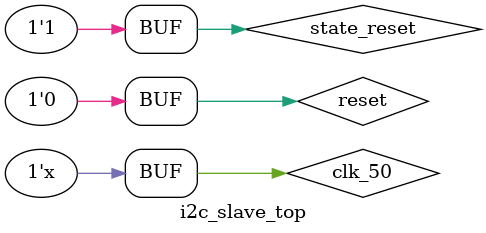
<source format=v>
module i2c_slave_top();

wire sda;
wire scl;
reg clk_50;
reg reset;
reg state_reset;

i2c_slave i2c_slave(sda,scl,clk_50,reset,state_reset);	

initial
begin
	clk_50=0;
	reset=0;
	
	#5 reset =1;
	#2 reset = 0;

	#35 state_reset = 1;
	#3 state_reset =0;
	#1 state_reset =1;
	
end
always 
	#5 clk_50=~clk_50;
initial
	$monitor($time, " STATE[%d] SDA[%d]  SCL[%d]",i2c_slave.state,sda,scl);

endmodule 



</source>
